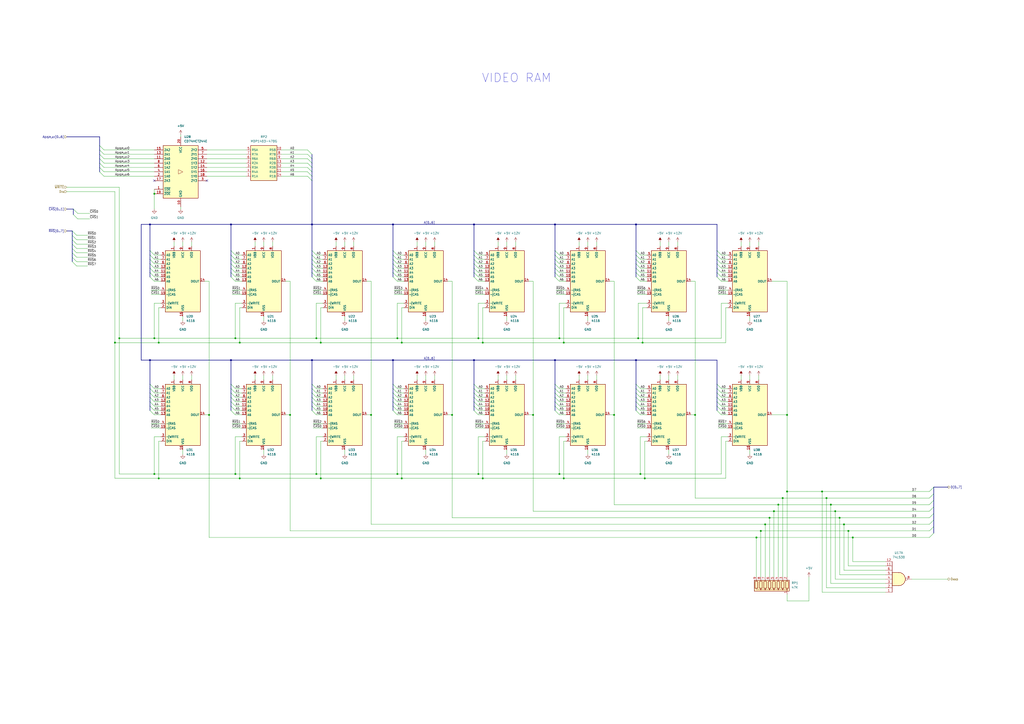
<source format=kicad_sch>
(kicad_sch (version 20230121) (generator eeschema)
  (paper "A2")
  (title_block (title "LOW SPEED GRAPHIK") (date "2022-03-13") (rev "V001") (comment 1 "reverse-engineered in 2022") (comment 2 "creativecommons.org/licenses/by-sa/4.0/") (comment 3 "License: CC BY-SA 4.0") (comment 4 "Author: InsaneDruid"))
  (junction (at 479.425 288.925))
  (junction (at 280.035 277.495))
  (junction (at 454.025 288.925))
  (junction (at 139.065 198.755))
  (junction (at 451.485 292.735))
  (junction (at 487.045 300.355))
  (junction (at 324.485 196.215))
  (junction (at 403.225 240.665))
  (junction (at 456.565 240.665))
  (junction (at 89.535 274.955))
  (junction (at 180.975 130.175))
  (junction (at 233.045 277.495))
  (junction (at 230.505 274.955))
  (junction (at 494.665 311.785))
  (junction (at 438.785 311.785))
  (junction (at 227.965 208.915))
  (junction (at 89.535 196.215))
  (junction (at 233.045 198.755))
  (junction (at 456.565 285.115))
  (junction (at 321.945 130.175))
  (junction (at 443.865 304.165))
  (junction (at 139.065 277.495))
  (junction (at 230.505 196.215))
  (junction (at 489.585 304.165))
  (junction (at 180.975 208.915))
  (junction (at 274.955 208.915))
  (junction (at 86.995 130.175))
  (junction (at 186.055 277.495))
  (junction (at 356.235 240.665))
  (junction (at 89.535 112.395))
  (junction (at 309.245 240.665))
  (junction (at 168.275 240.665))
  (junction (at 133.985 130.175))
  (junction (at 92.075 198.755))
  (junction (at 277.495 196.215))
  (junction (at 446.405 300.355))
  (junction (at 321.945 208.915))
  (junction (at 136.525 196.215))
  (junction (at 476.885 285.115))
  (junction (at 92.075 277.495))
  (junction (at 327.025 277.495))
  (junction (at 484.505 296.545))
  (junction (at 441.325 307.975))
  (junction (at 274.955 130.175))
  (junction (at 368.935 130.175))
  (junction (at 183.515 274.955))
  (junction (at 227.965 130.175))
  (junction (at 374.015 277.495))
  (junction (at 86.995 208.915))
  (junction (at 327.025 198.755))
  (junction (at 136.525 274.955))
  (junction (at 324.485 274.955))
  (junction (at 448.945 296.545))
  (junction (at 368.935 208.915))
  (junction (at 262.255 240.665))
  (junction (at 215.265 240.665))
  (junction (at 492.125 307.975))
  (junction (at 186.055 198.755))
  (junction (at 69.215 196.215))
  (junction (at 66.675 198.755))
  (junction (at 481.965 292.735))
  (junction (at 277.495 274.955))
  (junction (at 121.285 240.665))
  (junction (at 183.515 196.215))
  (junction (at 133.985 208.915))
  (junction (at 370.205 196.215))
  (junction (at 371.475 274.955))
  (junction (at 372.745 198.755))
  (junction (at 280.035 198.755))
  (no_connect (at 120.015 104.775))
  (no_connect (at 89.535 104.775))
  (bus_entry (at 41.91 133.985) (size 2.54 2.54))
  (bus_entry (at 89.535 153.035) (size -2.54 -2.54))
  (bus_entry (at 89.535 155.575) (size -2.54 -2.54))
  (bus_entry (at 89.535 160.655) (size -2.54 -2.54))
  (bus_entry (at 89.535 158.115) (size -2.54 -2.54))
  (bus_entry (at 89.535 150.495) (size -2.54 -2.54))
  (bus_entry (at 89.535 147.955) (size -2.54 -2.54))
  (bus_entry (at 371.475 233.045) (size -2.54 -2.54))
  (bus_entry (at 371.475 230.505) (size -2.54 -2.54))
  (bus_entry (at 371.475 227.965) (size -2.54 -2.54))
  (bus_entry (at 371.475 225.425) (size -2.54 -2.54))
  (bus_entry (at 371.475 238.125) (size -2.54 -2.54))
  (bus_entry (at 371.475 235.585) (size -2.54 -2.54))
  (bus_entry (at 371.475 240.665) (size -2.54 -2.54))
  (bus_entry (at 418.465 227.965) (size -2.54 -2.54))
  (bus_entry (at 418.465 230.505) (size -2.54 -2.54))
  (bus_entry (at 418.465 225.425) (size -2.54 -2.54))
  (bus_entry (at 418.465 240.665) (size -2.54 -2.54))
  (bus_entry (at 418.465 238.125) (size -2.54 -2.54))
  (bus_entry (at 418.465 233.045) (size -2.54 -2.54))
  (bus_entry (at 418.465 235.585) (size -2.54 -2.54))
  (bus_entry (at 539.115 304.165) (size 2.54 -2.54))
  (bus_entry (at 539.115 307.975) (size 2.54 -2.54))
  (bus_entry (at 539.115 285.115) (size 2.54 -2.54))
  (bus_entry (at 539.115 288.925) (size 2.54 -2.54))
  (bus_entry (at 539.115 300.355) (size 2.54 -2.54))
  (bus_entry (at 539.115 296.545) (size 2.54 -2.54))
  (bus_entry (at 539.115 292.735) (size 2.54 -2.54))
  (bus_entry (at 539.115 311.785) (size 2.54 -2.54))
  (bus_entry (at 41.91 146.685) (size 2.54 2.54))
  (bus_entry (at 89.535 240.665) (size -2.54 -2.54))
  (bus_entry (at 89.535 235.585) (size -2.54 -2.54))
  (bus_entry (at 89.535 238.125) (size -2.54 -2.54))
  (bus_entry (at 89.535 233.045) (size -2.54 -2.54))
  (bus_entry (at 136.525 233.045) (size -2.54 -2.54))
  (bus_entry (at 136.525 230.505) (size -2.54 -2.54))
  (bus_entry (at 136.525 227.965) (size -2.54 -2.54))
  (bus_entry (at 136.525 225.425) (size -2.54 -2.54))
  (bus_entry (at 136.525 235.585) (size -2.54 -2.54))
  (bus_entry (at 136.525 240.665) (size -2.54 -2.54))
  (bus_entry (at 136.525 238.125) (size -2.54 -2.54))
  (bus_entry (at 89.535 227.965) (size -2.54 -2.54))
  (bus_entry (at 89.535 230.505) (size -2.54 -2.54))
  (bus_entry (at 89.535 225.425) (size -2.54 -2.54))
  (bus_entry (at 277.495 235.585) (size -2.54 -2.54))
  (bus_entry (at 277.495 238.125) (size -2.54 -2.54))
  (bus_entry (at 277.495 233.045) (size -2.54 -2.54))
  (bus_entry (at 277.495 230.505) (size -2.54 -2.54))
  (bus_entry (at 277.495 225.425) (size -2.54 -2.54))
  (bus_entry (at 277.495 227.965) (size -2.54 -2.54))
  (bus_entry (at 230.505 235.585) (size -2.54 -2.54))
  (bus_entry (at 230.505 238.125) (size -2.54 -2.54))
  (bus_entry (at 230.505 230.505) (size -2.54 -2.54))
  (bus_entry (at 230.505 227.965) (size -2.54 -2.54))
  (bus_entry (at 230.505 240.665) (size -2.54 -2.54))
  (bus_entry (at 230.505 233.045) (size -2.54 -2.54))
  (bus_entry (at 230.505 225.425) (size -2.54 -2.54))
  (bus_entry (at 277.495 240.665) (size -2.54 -2.54))
  (bus_entry (at 324.485 235.585) (size -2.54 -2.54))
  (bus_entry (at 324.485 240.665) (size -2.54 -2.54))
  (bus_entry (at 324.485 238.125) (size -2.54 -2.54))
  (bus_entry (at 324.485 233.045) (size -2.54 -2.54))
  (bus_entry (at 324.485 227.965) (size -2.54 -2.54))
  (bus_entry (at 324.485 225.425) (size -2.54 -2.54))
  (bus_entry (at 324.485 230.505) (size -2.54 -2.54))
  (bus_entry (at 183.515 227.965) (size -2.54 -2.54))
  (bus_entry (at 183.515 235.585) (size -2.54 -2.54))
  (bus_entry (at 183.515 230.505) (size -2.54 -2.54))
  (bus_entry (at 183.515 225.425) (size -2.54 -2.54))
  (bus_entry (at 183.515 233.045) (size -2.54 -2.54))
  (bus_entry (at 183.515 240.665) (size -2.54 -2.54))
  (bus_entry (at 183.515 238.125) (size -2.54 -2.54))
  (bus_entry (at 136.525 163.195) (size -2.54 -2.54))
  (bus_entry (at 136.525 153.035) (size -2.54 -2.54))
  (bus_entry (at 136.525 150.495) (size -2.54 -2.54))
  (bus_entry (at 136.525 147.955) (size -2.54 -2.54))
  (bus_entry (at 136.525 160.655) (size -2.54 -2.54))
  (bus_entry (at 136.525 158.115) (size -2.54 -2.54))
  (bus_entry (at 136.525 155.575) (size -2.54 -2.54))
  (bus_entry (at 89.535 163.195) (size -2.54 -2.54))
  (bus_entry (at 230.505 153.035) (size -2.54 -2.54))
  (bus_entry (at 230.505 158.115) (size -2.54 -2.54))
  (bus_entry (at 230.505 160.655) (size -2.54 -2.54))
  (bus_entry (at 230.505 147.955) (size -2.54 -2.54))
  (bus_entry (at 230.505 150.495) (size -2.54 -2.54))
  (bus_entry (at 230.505 155.575) (size -2.54 -2.54))
  (bus_entry (at 230.505 163.195) (size -2.54 -2.54))
  (bus_entry (at 277.495 160.655) (size -2.54 -2.54))
  (bus_entry (at 277.495 158.115) (size -2.54 -2.54))
  (bus_entry (at 277.495 163.195) (size -2.54 -2.54))
  (bus_entry (at 277.495 153.035) (size -2.54 -2.54))
  (bus_entry (at 277.495 150.495) (size -2.54 -2.54))
  (bus_entry (at 277.495 147.955) (size -2.54 -2.54))
  (bus_entry (at 277.495 155.575) (size -2.54 -2.54))
  (bus_entry (at 324.485 160.655) (size -2.54 -2.54))
  (bus_entry (at 324.485 163.195) (size -2.54 -2.54))
  (bus_entry (at 418.465 155.575) (size -2.54 -2.54))
  (bus_entry (at 418.465 158.115) (size -2.54 -2.54))
  (bus_entry (at 418.465 160.655) (size -2.54 -2.54))
  (bus_entry (at 418.465 153.035) (size -2.54 -2.54))
  (bus_entry (at 418.465 163.195) (size -2.54 -2.54))
  (bus_entry (at 324.485 147.955) (size -2.54 -2.54))
  (bus_entry (at 324.485 150.495) (size -2.54 -2.54))
  (bus_entry (at 324.485 155.575) (size -2.54 -2.54))
  (bus_entry (at 324.485 158.115) (size -2.54 -2.54))
  (bus_entry (at 324.485 153.035) (size -2.54 -2.54))
  (bus_entry (at 371.475 160.655) (size -2.54 -2.54))
  (bus_entry (at 371.475 163.195) (size -2.54 -2.54))
  (bus_entry (at 371.475 158.115) (size -2.54 -2.54))
  (bus_entry (at 418.465 147.955) (size -2.54 -2.54))
  (bus_entry (at 418.465 150.495) (size -2.54 -2.54))
  (bus_entry (at 371.475 155.575) (size -2.54 -2.54))
  (bus_entry (at 371.475 153.035) (size -2.54 -2.54))
  (bus_entry (at 371.475 150.495) (size -2.54 -2.54))
  (bus_entry (at 183.515 160.655) (size -2.54 -2.54))
  (bus_entry (at 183.515 163.195) (size -2.54 -2.54))
  (bus_entry (at 183.515 158.115) (size -2.54 -2.54))
  (bus_entry (at 183.515 153.035) (size -2.54 -2.54))
  (bus_entry (at 183.515 155.575) (size -2.54 -2.54))
  (bus_entry (at 183.515 150.495) (size -2.54 -2.54))
  (bus_entry (at 183.515 147.955) (size -2.54 -2.54))
  (bus_entry (at 41.91 149.225) (size 2.54 2.54))
  (bus_entry (at 41.91 136.525) (size 2.54 2.54))
  (bus_entry (at 368.935 145.415) (size 2.54 2.54))
  (bus_entry (at 42.545 124.46) (size 2.54 2.54))
  (bus_entry (at 41.91 144.145) (size 2.54 2.54))
  (bus_entry (at 41.91 151.765) (size 2.54 2.54))
  (bus_entry (at 42.545 121.285) (size 2.54 2.54))
  (bus_entry (at 41.91 139.065) (size 2.54 2.54))
  (bus_entry (at 178.435 102.235) (size 2.54 2.54))
  (bus_entry (at 178.435 86.995) (size 2.54 2.54))
  (bus_entry (at 178.435 89.535) (size 2.54 2.54))
  (bus_entry (at 178.435 92.075) (size 2.54 2.54))
  (bus_entry (at 178.435 99.695) (size 2.54 2.54))
  (bus_entry (at 178.435 97.155) (size 2.54 2.54))
  (bus_entry (at 178.435 94.615) (size 2.54 2.54))
  (bus_entry (at 57.785 97.155) (size 2.54 2.54))
  (bus_entry (at 57.785 99.695) (size 2.54 2.54))
  (bus_entry (at 57.785 94.615) (size 2.54 2.54))
  (bus_entry (at 57.785 84.455) (size 2.54 2.54))
  (bus_entry (at 57.785 89.535) (size 2.54 2.54))
  (bus_entry (at 57.785 92.075) (size 2.54 2.54))
  (bus_entry (at 57.785 86.995) (size 2.54 2.54))
  (bus_entry (at 41.91 141.605) (size 2.54 2.54))
  (bus (pts (xy 180.975 227.965) (xy 180.975 230.505)))
  (bus (pts (xy 227.965 233.045) (xy 227.965 230.505)))
  (bus (pts (xy 133.985 233.045) (xy 133.985 230.505)))
  (bus (pts (xy 541.655 297.815) (xy 541.655 294.005)))
  (wire (pts (xy 280.035 255.905) (xy 281.305 255.905)))
  (wire (pts (xy 120.015 94.615) (xy 142.875 94.615)))
  (wire (pts (xy 328.295 230.505) (xy 324.485 230.505)))
  (bus (pts (xy 368.935 235.585) (xy 368.935 238.125)))
  (bus (pts (xy 57.785 79.375) (xy 57.785 84.455)))
  (wire (pts (xy 340.995 186.055) (xy 340.995 183.515)))
  (bus (pts (xy 38.735 121.285) (xy 42.545 121.285)))
  (wire (pts (xy 100.965 217.805) (xy 100.965 220.345)))
  (wire (pts (xy 66.675 198.755) (xy 92.075 198.755)))
  (wire (pts (xy 494.665 311.785) (xy 539.115 311.785)))
  (bus (pts (xy 368.935 158.115) (xy 368.935 155.575)))
  (wire (pts (xy 93.345 235.585) (xy 89.535 235.585)))
  (bus (pts (xy 86.995 230.505) (xy 86.995 233.045)))
  (wire (pts (xy 324.485 196.215) (xy 370.205 196.215)))
  (wire (pts (xy 187.325 158.115) (xy 183.515 158.115)))
  (bus (pts (xy 57.785 89.535) (xy 57.785 92.075)))
  (wire (pts (xy 309.245 240.665) (xy 309.245 296.545)))
  (wire (pts (xy 422.275 163.195) (xy 418.465 163.195)))
  (bus (pts (xy 227.965 130.175) (xy 274.955 130.175)))
  (wire (pts (xy 93.345 227.965) (xy 89.535 227.965)))
  (wire (pts (xy 422.275 150.495) (xy 418.465 150.495)))
  (wire (pts (xy 494.665 325.755) (xy 494.665 311.785)))
  (wire (pts (xy 118.745 163.195) (xy 121.285 163.195)))
  (bus (pts (xy 86.995 153.035) (xy 86.995 155.575)))
  (bus (pts (xy 368.935 150.495) (xy 368.935 147.955)))
  (bus (pts (xy 415.925 153.035) (xy 415.925 155.575)))
  (wire (pts (xy 163.195 97.155) (xy 178.435 97.155)))
  (wire (pts (xy 416.56 168.275) (xy 422.275 168.275)))
  (bus (pts (xy 368.935 235.585) (xy 368.935 233.045)))
  (bus (pts (xy 86.995 208.915) (xy 86.995 222.885)))
  (wire (pts (xy 418.465 253.365) (xy 422.275 253.365)))
  (wire (pts (xy 247.015 217.805) (xy 247.015 220.345)))
  (wire (pts (xy 275.59 245.745) (xy 281.305 245.745)))
  (wire (pts (xy 262.255 163.195) (xy 262.255 240.665)))
  (wire (pts (xy 371.475 274.955) (xy 418.465 274.955)))
  (wire (pts (xy 60.325 89.535) (xy 89.535 89.535)))
  (wire (pts (xy 281.305 175.895) (xy 277.495 175.895)))
  (wire (pts (xy 375.285 160.655) (xy 371.475 160.655)))
  (bus (pts (xy 180.975 158.115) (xy 180.975 160.655)))
  (wire (pts (xy 281.305 150.495) (xy 277.495 150.495)))
  (wire (pts (xy 93.345 253.365) (xy 89.535 253.365)))
  (bus (pts (xy 180.975 89.535) (xy 180.975 92.075)))
  (wire (pts (xy 44.45 149.225) (xy 50.8 149.225)))
  (wire (pts (xy 492.125 307.975) (xy 539.115 307.975)))
  (wire (pts (xy 375.285 150.495) (xy 371.475 150.495)))
  (wire (pts (xy 60.325 97.155) (xy 89.535 97.155)))
  (wire (pts (xy 93.345 150.495) (xy 89.535 150.495)))
  (wire (pts (xy 387.985 260.985) (xy 387.985 263.525)))
  (wire (pts (xy 69.215 108.585) (xy 38.735 108.585)))
  (wire (pts (xy 281.305 233.045) (xy 277.495 233.045)))
  (bus (pts (xy 274.955 150.495) (xy 274.955 153.035)))
  (wire (pts (xy 45.085 123.825) (xy 52.07 123.825)))
  (wire (pts (xy 233.045 198.755) (xy 280.035 198.755)))
  (wire (pts (xy 281.305 163.195) (xy 277.495 163.195)))
  (wire (pts (xy 375.285 235.585) (xy 371.475 235.585)))
  (bus (pts (xy 38.735 133.985) (xy 41.91 133.985)))
  (wire (pts (xy 44.45 139.065) (xy 50.8 139.065)))
  (wire (pts (xy 168.275 240.665) (xy 168.275 307.975)))
  (wire (pts (xy 120.015 89.535) (xy 142.875 89.535)))
  (wire (pts (xy 416.56 170.815) (xy 422.275 170.815)))
  (wire (pts (xy 422.275 147.955) (xy 418.465 147.955)))
  (wire (pts (xy 60.325 99.695) (xy 89.535 99.695)))
  (wire (pts (xy 328.295 163.195) (xy 324.485 163.195)))
  (bus (pts (xy 180.975 222.885) (xy 180.975 225.425)))
  (bus (pts (xy 180.975 150.495) (xy 180.975 153.035)))
  (wire (pts (xy 147.955 217.805) (xy 147.955 220.345)))
  (wire (pts (xy 234.315 227.965) (xy 230.505 227.965)))
  (wire (pts (xy 275.59 170.815) (xy 281.305 170.815)))
  (wire (pts (xy 275.59 168.275) (xy 281.305 168.275)))
  (wire (pts (xy 322.58 168.275) (xy 328.295 168.275)))
  (wire (pts (xy 372.745 198.755) (xy 421.005 198.755)))
  (wire (pts (xy 69.215 108.585) (xy 69.215 196.215)))
  (wire (pts (xy 454.025 288.925) (xy 479.425 288.925)))
  (wire (pts (xy 187.325 238.125) (xy 183.515 238.125)))
  (wire (pts (xy 186.055 255.905) (xy 187.325 255.905)))
  (wire (pts (xy 163.195 92.075) (xy 178.435 92.075)))
  (wire (pts (xy 153.035 263.525) (xy 153.035 260.985)))
  (wire (pts (xy 393.065 217.805) (xy 393.065 220.345)))
  (wire (pts (xy 140.335 225.425) (xy 136.525 225.425)))
  (wire (pts (xy 476.885 285.115) (xy 539.115 285.115)))
  (bus (pts (xy 227.965 208.915) (xy 274.955 208.915)))
  (wire (pts (xy 441.325 307.975) (xy 441.325 334.645)))
  (wire (pts (xy 456.565 348.615) (xy 469.265 348.615)))
  (wire (pts (xy 215.265 304.165) (xy 443.865 304.165)))
  (bus (pts (xy 86.995 235.585) (xy 86.995 238.125)))
  (bus (pts (xy 133.985 160.655) (xy 133.985 158.115)))
  (bus (pts (xy 541.655 305.435) (xy 541.655 301.625)))
  (wire (pts (xy 234.315 225.425) (xy 230.505 225.425)))
  (wire (pts (xy 93.345 153.035) (xy 89.535 153.035)))
  (wire (pts (xy 403.225 240.665) (xy 403.225 288.925)))
  (wire (pts (xy 187.325 175.895) (xy 183.515 175.895)))
  (wire (pts (xy 230.505 196.215) (xy 277.495 196.215)))
  (wire (pts (xy 400.685 163.195) (xy 403.225 163.195)))
  (wire (pts (xy 186.055 277.495) (xy 233.045 277.495)))
  (wire (pts (xy 294.005 217.805) (xy 294.005 220.345)))
  (bus (pts (xy 86.995 227.965) (xy 86.995 230.505)))
  (wire (pts (xy 140.335 240.665) (xy 136.525 240.665)))
  (bus (pts (xy 86.995 222.885) (xy 86.995 225.425)))
  (bus (pts (xy 415.925 235.585) (xy 415.925 238.125)))
  (wire (pts (xy 140.335 233.045) (xy 136.525 233.045)))
  (wire (pts (xy 247.015 263.525) (xy 247.015 260.985)))
  (wire (pts (xy 309.245 163.195) (xy 309.245 240.665)))
  (wire (pts (xy 513.715 338.455) (xy 481.965 338.455)))
  (wire (pts (xy 140.335 153.035) (xy 136.525 153.035)))
  (bus (pts (xy 57.785 84.455) (xy 57.785 86.995)))
  (wire (pts (xy 187.325 150.495) (xy 183.515 150.495)))
  (wire (pts (xy 147.955 140.335) (xy 147.955 142.875)))
  (wire (pts (xy 375.285 233.045) (xy 371.475 233.045)))
  (wire (pts (xy 382.905 217.805) (xy 382.905 220.345)))
  (wire (pts (xy 163.195 102.235) (xy 178.435 102.235)))
  (wire (pts (xy 513.715 333.375) (xy 487.045 333.375)))
  (bus (pts (xy 86.995 155.575) (xy 86.995 158.115)))
  (wire (pts (xy 434.975 186.055) (xy 434.975 183.515)))
  (bus (pts (xy 321.945 130.175) (xy 368.935 130.175)))
  (wire (pts (xy 262.255 240.665) (xy 262.255 300.355)))
  (wire (pts (xy 66.675 111.125) (xy 66.675 198.755)))
  (wire (pts (xy 492.125 328.295) (xy 492.125 307.975)))
  (bus (pts (xy 274.955 235.585) (xy 274.955 238.125)))
  (wire (pts (xy 134.62 168.275) (xy 140.335 168.275)))
  (wire (pts (xy 111.125 140.335) (xy 111.125 142.875)))
  (bus (pts (xy 274.955 153.035) (xy 274.955 155.575)))
  (wire (pts (xy 277.495 274.955) (xy 324.485 274.955)))
  (wire (pts (xy 369.57 170.815) (xy 375.285 170.815)))
  (bus (pts (xy 368.935 160.655) (xy 368.935 158.115)))
  (wire (pts (xy 353.695 163.195) (xy 356.235 163.195)))
  (bus (pts (xy 133.985 153.035) (xy 133.985 150.495)))
  (wire (pts (xy 281.305 158.115) (xy 277.495 158.115)))
  (wire (pts (xy 93.345 225.425) (xy 89.535 225.425)))
  (wire (pts (xy 140.335 235.585) (xy 136.525 235.585)))
  (wire (pts (xy 93.345 240.665) (xy 89.535 240.665)))
  (wire (pts (xy 281.305 225.425) (xy 277.495 225.425)))
  (wire (pts (xy 163.195 86.995) (xy 178.435 86.995)))
  (wire (pts (xy 469.265 334.645) (xy 469.265 348.615)))
  (wire (pts (xy 281.305 240.665) (xy 277.495 240.665)))
  (bus (pts (xy 42.545 121.285) (xy 42.545 124.46)))
  (wire (pts (xy 328.295 147.955) (xy 324.485 147.955)))
  (bus (pts (xy 321.945 153.035) (xy 321.945 155.575)))
  (wire (pts (xy 456.565 240.665) (xy 456.565 285.115)))
  (wire (pts (xy 418.465 196.215) (xy 418.465 175.895)))
  (wire (pts (xy 89.535 121.285) (xy 89.535 112.395)))
  (wire (pts (xy 375.285 155.575) (xy 371.475 155.575)))
  (wire (pts (xy 140.335 147.955) (xy 136.525 147.955)))
  (wire (pts (xy 228.6 170.815) (xy 234.315 170.815)))
  (wire (pts (xy 121.285 163.195) (xy 121.285 240.665)))
  (wire (pts (xy 346.075 217.805) (xy 346.075 220.345)))
  (wire (pts (xy 375.285 175.895) (xy 370.205 175.895)))
  (wire (pts (xy 104.775 120.015) (xy 104.775 121.285)))
  (bus (pts (xy 227.965 153.035) (xy 227.965 150.495)))
  (wire (pts (xy 479.425 288.925) (xy 479.425 340.995)))
  (wire (pts (xy 93.345 155.575) (xy 89.535 155.575)))
  (wire (pts (xy 69.215 274.955) (xy 89.535 274.955)))
  (wire (pts (xy 247.015 186.055) (xy 247.015 183.515)))
  (bus (pts (xy 415.925 145.415) (xy 415.925 147.955)))
  (wire (pts (xy 111.125 217.805) (xy 111.125 220.345)))
  (bus (pts (xy 133.985 208.915) (xy 180.975 208.915)))
  (bus (pts (xy 180.975 99.695) (xy 180.975 102.235)))
  (bus (pts (xy 57.785 94.615) (xy 57.785 97.155)))
  (wire (pts (xy 434.975 140.335) (xy 434.975 142.875)))
  (wire (pts (xy 89.535 196.215) (xy 136.525 196.215)))
  (wire (pts (xy 118.745 240.665) (xy 121.285 240.665)))
  (wire (pts (xy 228.6 248.285) (xy 234.315 248.285)))
  (wire (pts (xy 181.61 245.745) (xy 187.325 245.745)))
  (bus (pts (xy 321.945 233.045) (xy 321.945 235.585)))
  (wire (pts (xy 187.325 253.365) (xy 183.515 253.365)))
  (wire (pts (xy 422.275 240.665) (xy 418.465 240.665)))
  (wire (pts (xy 328.295 233.045) (xy 324.485 233.045)))
  (bus (pts (xy 86.995 208.915) (xy 133.985 208.915)))
  (bus (pts (xy 227.965 150.495) (xy 227.965 147.955)))
  (wire (pts (xy 262.255 300.355) (xy 446.405 300.355)))
  (wire (pts (xy 187.325 225.425) (xy 183.515 225.425)))
  (wire (pts (xy 387.985 217.805) (xy 387.985 220.345)))
  (bus (pts (xy 321.945 222.885) (xy 321.945 225.425)))
  (bus (pts (xy 180.975 92.075) (xy 180.975 94.615)))
  (wire (pts (xy 294.005 186.055) (xy 294.005 183.515)))
  (bus (pts (xy 81.915 208.915) (xy 86.995 208.915)))
  (bus (pts (xy 368.935 230.505) (xy 368.935 227.965)))
  (wire (pts (xy 434.975 217.805) (xy 434.975 220.345)))
  (bus (pts (xy 368.935 155.575) (xy 368.935 153.035)))
  (wire (pts (xy 93.345 160.655) (xy 89.535 160.655)))
  (wire (pts (xy 234.315 158.115) (xy 230.505 158.115)))
  (wire (pts (xy 403.225 288.925) (xy 454.025 288.925)))
  (wire (pts (xy 328.295 227.965) (xy 324.485 227.965)))
  (wire (pts (xy 194.945 140.335) (xy 194.945 142.875)))
  (bus (pts (xy 368.935 225.425) (xy 368.935 227.965)))
  (bus (pts (xy 133.985 230.505) (xy 133.985 227.965)))
  (wire (pts (xy 294.005 140.335) (xy 294.005 142.875)))
  (bus (pts (xy 41.91 144.145) (xy 41.91 146.685)))
  (wire (pts (xy 281.305 147.955) (xy 277.495 147.955)))
  (wire (pts (xy 489.585 304.165) (xy 489.585 330.835)))
  (bus (pts (xy 180.975 147.955) (xy 180.975 150.495)))
  (bus (pts (xy 274.955 147.955) (xy 274.955 150.495)))
  (bus (pts (xy 541.655 301.625) (xy 541.655 297.815)))
  (bus (pts (xy 541.655 294.005) (xy 541.655 290.195)))
  (wire (pts (xy 370.205 175.895) (xy 370.205 196.215)))
  (bus (pts (xy 86.995 158.115) (xy 86.995 160.655)))
  (wire (pts (xy 370.205 196.215) (xy 418.465 196.215)))
  (wire (pts (xy 421.005 178.435) (xy 421.005 198.755)))
  (wire (pts (xy 451.485 292.735) (xy 451.485 334.645)))
  (wire (pts (xy 140.335 158.115) (xy 136.525 158.115)))
  (wire (pts (xy 328.295 235.585) (xy 324.485 235.585)))
  (wire (pts (xy 120.015 86.995) (xy 142.875 86.995)))
  (wire (pts (xy 340.995 263.525) (xy 340.995 260.985)))
  (wire (pts (xy 234.315 230.505) (xy 230.505 230.505)))
  (wire (pts (xy 375.285 147.955) (xy 371.475 147.955)))
  (wire (pts (xy 324.485 175.895) (xy 324.485 196.215)))
  (wire (pts (xy 92.075 198.755) (xy 139.065 198.755)))
  (bus (pts (xy 321.945 145.415) (xy 321.945 147.955)))
  (wire (pts (xy 299.085 217.805) (xy 299.085 220.345)))
  (wire (pts (xy 234.315 235.585) (xy 230.505 235.585)))
  (wire (pts (xy 234.315 178.435) (xy 233.045 178.435)))
  (wire (pts (xy 403.225 163.195) (xy 403.225 240.665)))
  (bus (pts (xy 321.945 227.965) (xy 321.945 230.505)))
  (wire (pts (xy 153.035 217.805) (xy 153.035 220.345)))
  (bus (pts (xy 180.975 225.425) (xy 180.975 227.965)))
  (wire (pts (xy 187.325 240.665) (xy 183.515 240.665)))
  (bus (pts (xy 541.655 282.575) (xy 549.91 282.575)))
  (wire (pts (xy 140.335 155.575) (xy 136.525 155.575)))
  (wire (pts (xy 44.45 136.525) (xy 50.8 136.525)))
  (wire (pts (xy 89.535 109.855) (xy 89.535 112.395)))
  (wire (pts (xy 356.235 292.735) (xy 451.485 292.735)))
  (bus (pts (xy 321.945 155.575) (xy 321.945 158.115)))
  (wire (pts (xy 446.405 300.355) (xy 446.405 334.645)))
  (bus (pts (xy 180.975 230.505) (xy 180.975 233.045)))
  (bus (pts (xy 274.955 158.115) (xy 274.955 160.655)))
  (wire (pts (xy 387.985 140.335) (xy 387.985 142.875)))
  (wire (pts (xy 89.535 274.955) (xy 136.525 274.955)))
  (wire (pts (xy 134.62 170.815) (xy 140.335 170.815)))
  (wire (pts (xy 340.995 217.805) (xy 340.995 220.345)))
  (wire (pts (xy 139.065 255.905) (xy 140.335 255.905)))
  (wire (pts (xy 183.515 253.365) (xy 183.515 274.955)))
  (bus (pts (xy 415.925 225.425) (xy 415.925 227.965)))
  (wire (pts (xy 93.345 158.115) (xy 89.535 158.115)))
  (wire (pts (xy 448.945 296.545) (xy 484.505 296.545)))
  (wire (pts (xy 136.525 175.895) (xy 140.335 175.895)))
  (bus (pts (xy 227.965 225.425) (xy 227.965 222.885)))
  (wire (pts (xy 121.285 240.665) (xy 121.285 311.785)))
  (wire (pts (xy 187.325 153.035) (xy 183.515 153.035)))
  (wire (pts (xy 443.865 304.165) (xy 443.865 334.645)))
  (wire (pts (xy 168.275 163.195) (xy 168.275 240.665)))
  (wire (pts (xy 153.035 186.055) (xy 153.035 183.515)))
  (bus (pts (xy 368.935 145.415) (xy 368.935 147.955)))
  (bus (pts (xy 180.975 208.915) (xy 180.975 222.885)))
  (wire (pts (xy 422.275 225.425) (xy 418.465 225.425)))
  (wire (pts (xy 513.715 340.995) (xy 479.425 340.995)))
  (wire (pts (xy 187.325 230.505) (xy 183.515 230.505)))
  (wire (pts (xy 181.61 248.285) (xy 187.325 248.285)))
  (wire (pts (xy 106.045 186.055) (xy 106.045 183.515)))
  (wire (pts (xy 322.58 170.815) (xy 328.295 170.815)))
  (wire (pts (xy 87.63 170.815) (xy 93.345 170.815)))
  (bus (pts (xy 415.925 155.575) (xy 415.925 158.115)))
  (wire (pts (xy 215.265 163.195) (xy 215.265 240.665)))
  (wire (pts (xy 60.325 94.615) (xy 89.535 94.615)))
  (wire (pts (xy 281.305 235.585) (xy 277.495 235.585)))
  (wire (pts (xy 183.515 175.895) (xy 183.515 196.215)))
  (wire (pts (xy 487.045 300.355) (xy 539.115 300.355)))
  (wire (pts (xy 281.305 155.575) (xy 277.495 155.575)))
  (bus (pts (xy 227.965 230.505) (xy 227.965 227.965)))
  (bus (pts (xy 180.975 102.235) (xy 180.975 104.775)))
  (wire (pts (xy 422.275 238.125) (xy 418.465 238.125)))
  (bus (pts (xy 133.985 145.415) (xy 133.985 130.175)))
  (wire (pts (xy 484.505 296.545) (xy 539.115 296.545)))
  (bus (pts (xy 180.975 235.585) (xy 180.975 238.125)))
  (wire (pts (xy 93.345 233.045) (xy 89.535 233.045)))
  (bus (pts (xy 133.985 238.125) (xy 133.985 235.585)))
  (wire (pts (xy 187.325 235.585) (xy 183.515 235.585)))
  (bus (pts (xy 133.985 155.575) (xy 133.985 153.035)))
  (wire (pts (xy 328.295 160.655) (xy 324.485 160.655)))
  (wire (pts (xy 87.63 248.285) (xy 93.345 248.285)))
  (bus (pts (xy 368.935 208.915) (xy 415.925 208.915)))
  (bus (pts (xy 180.975 94.615) (xy 180.975 97.155)))
  (wire (pts (xy 456.565 285.115) (xy 476.885 285.115)))
  (wire (pts (xy 93.345 238.125) (xy 89.535 238.125)))
  (wire (pts (xy 443.865 304.165) (xy 489.585 304.165)))
  (bus (pts (xy 415.925 208.915) (xy 415.925 222.885)))
  (wire (pts (xy 440.055 217.805) (xy 440.055 220.345)))
  (wire (pts (xy 328.295 158.115) (xy 324.485 158.115)))
  (wire (pts (xy 456.565 163.195) (xy 456.565 240.665)))
  (bus (pts (xy 321.945 230.505) (xy 321.945 233.045)))
  (wire (pts (xy 121.285 311.785) (xy 438.785 311.785)))
  (wire (pts (xy 106.045 217.805) (xy 106.045 220.345)))
  (wire (pts (xy 418.465 274.955) (xy 418.465 253.365)))
  (wire (pts (xy 421.005 277.495) (xy 421.005 255.905)))
  (wire (pts (xy 104.775 78.105) (xy 104.775 79.375)))
  (wire (pts (xy 44.45 146.685) (xy 50.8 146.685)))
  (bus (pts (xy 541.655 290.195) (xy 541.655 286.385)))
  (wire (pts (xy 215.265 240.665) (xy 215.265 304.165)))
  (bus (pts (xy 133.985 208.915) (xy 133.985 222.885)))
  (bus (pts (xy 321.945 208.915) (xy 368.935 208.915)))
  (wire (pts (xy 340.995 140.335) (xy 340.995 142.875)))
  (wire (pts (xy 186.055 198.755) (xy 233.045 198.755)))
  (wire (pts (xy 183.515 274.955) (xy 230.505 274.955)))
  (wire (pts (xy 422.275 153.035) (xy 418.465 153.035)))
  (wire (pts (xy 375.285 240.665) (xy 371.475 240.665)))
  (wire (pts (xy 187.325 147.955) (xy 183.515 147.955)))
  (wire (pts (xy 275.59 248.285) (xy 281.305 248.285)))
  (bus (pts (xy 133.985 225.425) (xy 133.985 222.885)))
  (wire (pts (xy 60.325 92.075) (xy 89.535 92.075)))
  (wire (pts (xy 106.045 140.335) (xy 106.045 142.875)))
  (bus (pts (xy 321.945 208.915) (xy 321.945 222.885)))
  (wire (pts (xy 234.315 150.495) (xy 230.505 150.495)))
  (wire (pts (xy 89.535 253.365) (xy 89.535 274.955)))
  (wire (pts (xy 375.285 153.035) (xy 371.475 153.035)))
  (wire (pts (xy 93.345 175.895) (xy 89.535 175.895)))
  (wire (pts (xy 230.505 253.365) (xy 230.505 274.955)))
  (wire (pts (xy 280.035 198.755) (xy 327.025 198.755)))
  (bus (pts (xy 415.925 130.175) (xy 415.925 145.415)))
  (wire (pts (xy 513.715 328.295) (xy 492.125 328.295)))
  (wire (pts (xy 513.715 335.915) (xy 484.505 335.915)))
  (wire (pts (xy 280.035 178.435) (xy 280.035 198.755)))
  (wire (pts (xy 369.57 245.745) (xy 375.285 245.745)))
  (wire (pts (xy 328.295 240.665) (xy 324.485 240.665)))
  (wire (pts (xy 324.485 253.365) (xy 324.485 274.955)))
  (wire (pts (xy 181.61 170.815) (xy 187.325 170.815)))
  (wire (pts (xy 120.015 92.075) (xy 142.875 92.075)))
  (bus (pts (xy 41.91 149.225) (xy 41.91 151.765)))
  (wire (pts (xy 168.275 307.975) (xy 441.325 307.975)))
  (wire (pts (xy 476.885 343.535) (xy 476.885 285.115)))
  (wire (pts (xy 139.065 178.435) (xy 140.335 178.435)))
  (bus (pts (xy 86.995 145.415) (xy 86.995 147.955)))
  (bus (pts (xy 274.955 222.885) (xy 274.955 208.915)))
  (wire (pts (xy 440.055 140.335) (xy 440.055 142.875)))
  (bus (pts (xy 415.925 233.045) (xy 415.925 235.585)))
  (wire (pts (xy 387.985 183.515) (xy 387.985 186.055)))
  (wire (pts (xy 134.62 245.745) (xy 140.335 245.745)))
  (bus (pts (xy 133.985 147.955) (xy 133.985 145.415)))
  (wire (pts (xy 139.065 178.435) (xy 139.065 198.755)))
  (bus (pts (xy 41.91 139.065) (xy 41.91 141.605)))
  (wire (pts (xy 200.025 186.055) (xy 200.025 183.515)))
  (wire (pts (xy 92.075 255.905) (xy 92.075 277.495)))
  (bus (pts (xy 133.985 227.965) (xy 133.985 225.425)))
  (wire (pts (xy 233.045 255.905) (xy 233.045 277.495)))
  (wire (pts (xy 252.095 217.805) (xy 252.095 220.345)))
  (bus (pts (xy 41.91 136.525) (xy 41.91 139.065)))
  (bus (pts (xy 321.945 130.175) (xy 321.945 145.415)))
  (wire (pts (xy 158.115 217.805) (xy 158.115 220.345)))
  (wire (pts (xy 277.495 175.895) (xy 277.495 196.215)))
  (bus (pts (xy 86.995 130.175) (xy 133.985 130.175)))
  (wire (pts (xy 136.525 196.215) (xy 136.525 175.895)))
  (wire (pts (xy 375.285 230.505) (xy 371.475 230.505)))
  (wire (pts (xy 60.325 86.995) (xy 89.535 86.995)))
  (wire (pts (xy 299.085 140.335) (xy 299.085 142.875)))
  (wire (pts (xy 288.925 217.805) (xy 288.925 220.345)))
  (bus (pts (xy 321.945 158.115) (xy 321.945 160.655)))
  (wire (pts (xy 92.075 255.905) (xy 93.345 255.905)))
  (wire (pts (xy 60.325 102.235) (xy 89.535 102.235)))
  (wire (pts (xy 87.63 245.745) (xy 93.345 245.745)))
  (bus (pts (xy 41.91 146.685) (xy 41.91 149.225)))
  (bus (pts (xy 180.975 97.155) (xy 180.975 99.695)))
  (wire (pts (xy 281.305 178.435) (xy 280.035 178.435)))
  (bus (pts (xy 321.945 235.585) (xy 321.945 238.125)))
  (bus (pts (xy 274.955 208.915) (xy 321.945 208.915)))
  (wire (pts (xy 200.025 140.335) (xy 200.025 142.875)))
  (bus (pts (xy 133.985 235.585) (xy 133.985 233.045)))
  (wire (pts (xy 194.945 217.805) (xy 194.945 220.345)))
  (bus (pts (xy 227.965 155.575) (xy 227.965 153.035)))
  (wire (pts (xy 277.495 253.365) (xy 277.495 274.955)))
  (wire (pts (xy 429.895 217.805) (xy 429.895 220.345)))
  (wire (pts (xy 120.015 99.695) (xy 142.875 99.695)))
  (wire (pts (xy 139.065 277.495) (xy 186.055 277.495)))
  (wire (pts (xy 416.56 248.285) (xy 422.275 248.285)))
  (wire (pts (xy 69.215 196.215) (xy 69.215 274.955)))
  (wire (pts (xy 447.675 240.665) (xy 456.565 240.665)))
  (wire (pts (xy 181.61 168.275) (xy 187.325 168.275)))
  (wire (pts (xy 228.6 168.275) (xy 234.315 168.275)))
  (bus (pts (xy 180.975 130.175) (xy 227.965 130.175)))
  (wire (pts (xy 327.025 178.435) (xy 327.025 198.755)))
  (bus (pts (xy 541.655 309.245) (xy 541.655 305.435)))
  (wire (pts (xy 375.285 253.365) (xy 371.475 253.365)))
  (bus (pts (xy 227.965 235.585) (xy 227.965 233.045)))
  (bus (pts (xy 274.955 155.575) (xy 274.955 158.115)))
  (wire (pts (xy 306.705 240.665) (xy 309.245 240.665)))
  (wire (pts (xy 375.285 158.115) (xy 371.475 158.115)))
  (wire (pts (xy 234.315 163.195) (xy 230.505 163.195)))
  (wire (pts (xy 234.315 155.575) (xy 230.505 155.575)))
  (bus (pts (xy 86.995 130.175) (xy 86.995 145.415)))
  (wire (pts (xy 234.315 238.125) (xy 230.505 238.125)))
  (wire (pts (xy 120.015 97.155) (xy 142.875 97.155)))
  (bus (pts (xy 368.935 153.035) (xy 368.935 150.495)))
  (wire (pts (xy 372.745 178.435) (xy 372.745 198.755)))
  (bus (pts (xy 274.955 145.415) (xy 274.955 147.955)))
  (bus (pts (xy 415.925 230.505) (xy 415.925 233.045)))
  (wire (pts (xy 187.325 178.435) (xy 186.055 178.435)))
  (bus (pts (xy 368.935 208.915) (xy 368.935 222.885)))
  (wire (pts (xy 234.315 253.365) (xy 230.505 253.365)))
  (wire (pts (xy 234.315 233.045) (xy 230.505 233.045)))
  (wire (pts (xy 400.685 240.665) (xy 403.225 240.665)))
  (wire (pts (xy 136.525 274.955) (xy 183.515 274.955)))
  (bus (pts (xy 321.945 147.955) (xy 321.945 150.495)))
  (wire (pts (xy 139.065 255.905) (xy 139.065 277.495)))
  (bus (pts (xy 415.925 147.955) (xy 415.925 150.495)))
  (wire (pts (xy 393.065 140.335) (xy 393.065 142.875)))
  (wire (pts (xy 369.57 168.275) (xy 375.285 168.275)))
  (wire (pts (xy 328.295 225.425) (xy 324.485 225.425)))
  (wire (pts (xy 281.305 238.125) (xy 277.495 238.125)))
  (wire (pts (xy 322.58 248.285) (xy 328.295 248.285)))
  (wire (pts (xy 374.015 277.495) (xy 421.005 277.495)))
  (wire (pts (xy 158.115 140.335) (xy 158.115 142.875)))
  (wire (pts (xy 140.335 227.965) (xy 136.525 227.965)))
  (bus (pts (xy 86.995 233.045) (xy 86.995 235.585)))
  (wire (pts (xy 422.275 158.115) (xy 418.465 158.115)))
  (wire (pts (xy 165.735 240.665) (xy 168.275 240.665)))
  (wire (pts (xy 87.63 168.275) (xy 93.345 168.275)))
  (wire (pts (xy 429.895 140.335) (xy 429.895 142.875)))
  (bus (pts (xy 274.955 227.965) (xy 274.955 230.505)))
  (bus (pts (xy 57.785 86.995) (xy 57.785 89.535)))
  (wire (pts (xy 335.915 217.805) (xy 335.915 220.345)))
  (bus (pts (xy 81.915 130.175) (xy 81.915 208.915)))
  (wire (pts (xy 153.035 140.335) (xy 153.035 142.875)))
  (wire (pts (xy 421.005 255.905) (xy 422.275 255.905)))
  (wire (pts (xy 187.325 233.045) (xy 183.515 233.045)))
  (bus (pts (xy 368.935 225.425) (xy 368.935 222.885)))
  (wire (pts (xy 247.015 140.335) (xy 247.015 142.875)))
  (wire (pts (xy 479.425 288.925) (xy 539.115 288.925)))
  (wire (pts (xy 66.675 277.495) (xy 66.675 198.755)))
  (bus (pts (xy 86.995 130.175) (xy 81.915 130.175)))
  (wire (pts (xy 200.025 263.525) (xy 200.025 260.985)))
  (wire (pts (xy 187.325 155.575) (xy 183.515 155.575)))
  (wire (pts (xy 328.295 178.435) (xy 327.025 178.435)))
  (wire (pts (xy 375.285 255.905) (xy 374.015 255.905)))
  (wire (pts (xy 136.525 253.365) (xy 136.525 274.955)))
  (wire (pts (xy 140.335 150.495) (xy 136.525 150.495)))
  (wire (pts (xy 481.965 292.735) (xy 539.115 292.735)))
  (wire (pts (xy 446.405 300.355) (xy 487.045 300.355)))
  (wire (pts (xy 328.295 238.125) (xy 324.485 238.125)))
  (wire (pts (xy 186.055 178.435) (xy 186.055 198.755)))
  (wire (pts (xy 277.495 196.215) (xy 324.485 196.215)))
  (bus (pts (xy 57.785 97.155) (xy 57.785 99.695)))
  (wire (pts (xy 281.305 227.965) (xy 277.495 227.965)))
  (bus (pts (xy 415.925 150.495) (xy 415.925 153.035)))
  (wire (pts (xy 106.045 263.525) (xy 106.045 260.985)))
  (bus (pts (xy 227.965 147.955) (xy 227.965 145.415)))
  (wire (pts (xy 280.035 255.905) (xy 280.035 277.495)))
  (wire (pts (xy 422.275 233.045) (xy 418.465 233.045)))
  (wire (pts (xy 234.315 175.895) (xy 230.505 175.895)))
  (wire (pts (xy 120.015 102.235) (xy 142.875 102.235)))
  (wire (pts (xy 422.275 155.575) (xy 418.465 155.575)))
  (wire (pts (xy 369.57 248.285) (xy 375.285 248.285)))
  (wire (pts (xy 306.705 163.195) (xy 309.245 163.195)))
  (bus (pts (xy 180.975 233.045) (xy 180.975 235.585)))
  (bus (pts (xy 180.975 153.035) (xy 180.975 155.575)))
  (wire (pts (xy 451.485 292.735) (xy 481.965 292.735)))
  (bus (pts (xy 57.785 92.075) (xy 57.785 94.615)))
  (wire (pts (xy 252.095 140.335) (xy 252.095 142.875)))
  (wire (pts (xy 163.195 99.695) (xy 178.435 99.695)))
  (wire (pts (xy 186.055 255.905) (xy 186.055 277.495)))
  (bus (pts (xy 86.995 225.425) (xy 86.995 227.965)))
  (bus (pts (xy 368.935 233.045) (xy 368.935 230.505)))
  (wire (pts (xy 100.965 140.335) (xy 100.965 142.875)))
  (bus (pts (xy 41.91 141.605) (xy 41.91 144.145)))
  (wire (pts (xy 456.565 285.115) (xy 456.565 334.645)))
  (wire (pts (xy 371.475 253.365) (xy 371.475 274.955)))
  (wire (pts (xy 212.725 240.665) (xy 215.265 240.665)))
  (bus (pts (xy 227.965 160.655) (xy 227.965 158.115)))
  (bus (pts (xy 133.985 158.115) (xy 133.985 155.575)))
  (bus (pts (xy 227.965 158.115) (xy 227.965 155.575)))
  (wire (pts (xy 418.465 175.895) (xy 422.275 175.895)))
  (bus (pts (xy 368.935 145.415) (xy 368.935 130.175)))
  (wire (pts (xy 165.735 163.195) (xy 168.275 163.195)))
  (bus (pts (xy 274.955 233.045) (xy 274.955 235.585)))
  (wire (pts (xy 44.45 141.605) (xy 50.8 141.605)))
  (wire (pts (xy 438.785 311.785) (xy 438.785 334.645)))
  (wire (pts (xy 422.275 235.585) (xy 418.465 235.585)))
  (wire (pts (xy 328.295 153.035) (xy 324.485 153.035)))
  (wire (pts (xy 233.045 277.495) (xy 280.035 277.495)))
  (wire (pts (xy 163.195 89.535) (xy 178.435 89.535)))
  (wire (pts (xy 230.505 175.895) (xy 230.505 196.215)))
  (wire (pts (xy 259.715 163.195) (xy 262.255 163.195)))
  (bus (pts (xy 41.91 133.985) (xy 41.91 136.525)))
  (wire (pts (xy 205.105 140.335) (xy 205.105 142.875)))
  (wire (pts (xy 454.025 288.925) (xy 454.025 334.645)))
  (bus (pts (xy 86.995 147.955) (xy 86.995 150.495)))
  (wire (pts (xy 230.505 274.955) (xy 277.495 274.955)))
  (wire (pts (xy 438.785 311.785) (xy 494.665 311.785)))
  (wire (pts (xy 422.275 230.505) (xy 418.465 230.505)))
  (wire (pts (xy 140.335 160.655) (xy 136.525 160.655)))
  (wire (pts (xy 484.505 296.545) (xy 484.505 335.915)))
  (wire (pts (xy 375.285 178.435) (xy 372.745 178.435)))
  (wire (pts (xy 328.295 155.575) (xy 324.485 155.575)))
  (wire (pts (xy 309.245 296.545) (xy 448.945 296.545)))
  (bus (pts (xy 274.955 225.425) (xy 274.955 227.965)))
  (wire (pts (xy 234.315 160.655) (xy 230.505 160.655)))
  (wire (pts (xy 92.075 178.435) (xy 92.075 198.755)))
  (wire (pts (xy 234.315 147.955) (xy 230.505 147.955)))
  (wire (pts (xy 140.335 253.365) (xy 136.525 253.365)))
  (wire (pts (xy 447.675 163.195) (xy 456.565 163.195)))
  (wire (pts (xy 288.925 140.335) (xy 288.925 142.875)))
  (wire (pts (xy 205.105 217.805) (xy 205.105 220.345)))
  (wire (pts (xy 212.725 163.195) (xy 215.265 163.195)))
  (wire (pts (xy 327.025 255.905) (xy 327.025 277.495)))
  (wire (pts (xy 481.965 292.735) (xy 481.965 338.455)))
  (wire (pts (xy 346.075 140.335) (xy 346.075 142.875)))
  (bus (pts (xy 86.995 150.495) (xy 86.995 153.035)))
  (bus (pts (xy 227.965 235.585) (xy 227.965 238.125)))
  (wire (pts (xy 187.325 227.965) (xy 183.515 227.965)))
  (bus (pts (xy 227.965 208.915) (xy 227.965 222.885)))
  (wire (pts (xy 328.295 175.895) (xy 324.485 175.895)))
  (wire (pts (xy 183.515 196.215) (xy 230.505 196.215)))
  (wire (pts (xy 421.005 178.435) (xy 422.275 178.435)))
  (wire (pts (xy 335.915 140.335) (xy 335.915 142.875)))
  (wire (pts (xy 281.305 230.505) (xy 277.495 230.505)))
  (wire (pts (xy 416.56 245.745) (xy 422.275 245.745)))
  (wire (pts (xy 281.305 153.035) (xy 277.495 153.035)))
  (bus (pts (xy 133.985 150.495) (xy 133.985 147.955)))
  (wire (pts (xy 44.45 151.765) (xy 50.8 151.765)))
  (bus (pts (xy 180.975 104.775) (xy 180.975 130.175)))
  (wire (pts (xy 281.305 253.365) (xy 277.495 253.365)))
  (bus (pts (xy 180.975 155.575) (xy 180.975 158.115)))
  (bus (pts (xy 368.935 130.175) (xy 415.925 130.175)))
  (wire (pts (xy 139.065 198.755) (xy 186.055 198.755)))
  (bus (pts (xy 415.925 227.965) (xy 415.925 230.505)))
  (wire (pts (xy 92.075 178.435) (xy 93.345 178.435)))
  (wire (pts (xy 259.715 240.665) (xy 262.255 240.665)))
  (wire (pts (xy 38.735 111.125) (xy 66.675 111.125)))
  (wire (pts (xy 375.285 163.195) (xy 371.475 163.195)))
  (wire (pts (xy 374.015 255.905) (xy 374.015 277.495)))
  (wire (pts (xy 136.525 196.215) (xy 183.515 196.215)))
  (bus (pts (xy 415.925 222.885) (xy 415.925 225.425)))
  (wire (pts (xy 93.345 147.955) (xy 89.535 147.955)))
  (wire (pts (xy 434.975 263.525) (xy 434.975 260.985)))
  (wire (pts (xy 456.565 344.805) (xy 456.565 348.615)))
  (wire (pts (xy 328.295 150.495) (xy 324.485 150.495)))
  (wire (pts (xy 44.45 144.145) (xy 50.8 144.145)))
  (wire (pts (xy 375.285 225.425) (xy 371.475 225.425)))
  (wire (pts (xy 44.45 154.305) (xy 50.8 154.305)))
  (bus (pts (xy 321.945 150.495) (xy 321.945 153.035)))
  (wire (pts (xy 93.345 230.505) (xy 89.535 230.505)))
  (wire (pts (xy 233.045 178.435) (xy 233.045 198.755)))
  (wire (pts (xy 294.005 263.525) (xy 294.005 260.985)))
  (bus (pts (xy 415.925 158.115) (xy 415.925 160.655)))
  (wire (pts (xy 322.58 245.745) (xy 328.295 245.745)))
  (wire (pts (xy 92.075 277.495) (xy 66.675 277.495)))
  (wire (pts (xy 441.325 307.975) (xy 492.125 307.975)))
  (wire (pts (xy 45.085 127) (xy 52.07 127)))
  (wire (pts (xy 93.345 163.195) (xy 89.535 163.195)))
  (bus (pts (xy 227.965 227.965) (xy 227.965 225.425)))
  (wire (pts (xy 134.62 248.285) (xy 140.335 248.285)))
  (bus (pts (xy 227.965 145.415) (xy 227.965 130.175)))
  (wire (pts (xy 233.045 255.905) (xy 234.315 255.905)))
  (wire (pts (xy 228.6 245.745) (xy 234.315 245.745)))
  (bus (pts (xy 180.975 145.415) (xy 180.975 147.955)))
  (wire (pts (xy 328.295 255.905) (xy 327.025 255.905)))
  (wire (pts (xy 241.935 217.805) (xy 241.935 220.345)))
  (wire (pts (xy 487.045 333.375) (xy 487.045 300.355)))
  (wire (pts (xy 448.945 296.545) (xy 448.945 334.645)))
  (wire (pts (xy 327.025 277.495) (xy 374.015 277.495)))
  (wire (pts (xy 200.025 217.805) (xy 200.025 220.345)))
  (wire (pts (xy 89.535 175.895) (xy 89.535 196.215)))
  (wire (pts (xy 140.335 163.195) (xy 136.525 163.195)))
  (wire (pts (xy 140.335 238.125) (xy 136.525 238.125)))
  (bus (pts (xy 274.955 130.175) (xy 274.955 145.415)))
  (wire (pts (xy 422.275 160.655) (xy 418.465 160.655)))
  (bus (pts (xy 180.975 208.915) (xy 227.965 208.915)))
  (wire (pts (xy 140.335 230.505) (xy 136.525 230.505)))
  (wire (pts (xy 163.195 94.615) (xy 178.435 94.615)))
  (wire (pts (xy 375.285 227.965) (xy 371.475 227.965)))
  (wire (pts (xy 187.325 163.195) (xy 183.515 163.195)))
  (bus (pts (xy 57.785 79.375) (xy 38.735 79.375)))
  (wire (pts (xy 382.905 140.335) (xy 382.905 142.875)))
  (bus (pts (xy 274.955 222.885) (xy 274.955 225.425)))
  (wire (pts (xy 489.585 304.165) (xy 539.115 304.165)))
  (wire (pts (xy 528.955 335.915) (xy 549.91 335.915)))
  (wire (pts (xy 327.025 198.755) (xy 372.745 198.755)))
  (wire (pts (xy 356.235 163.195) (xy 356.235 240.665)))
  (wire (pts (xy 513.715 325.755) (xy 494.665 325.755)))
  (wire (pts (xy 513.715 343.535) (xy 476.885 343.535)))
  (wire (pts (xy 328.295 253.365) (xy 324.485 253.365)))
  (wire (pts (xy 356.235 240.665) (xy 356.235 292.735)))
  (bus (pts (xy 541.655 286.385) (xy 541.655 282.575)))
  (bus (pts (xy 274.955 130.175) (xy 321.945 130.175)))
  (wire (pts (xy 513.715 330.835) (xy 489.585 330.835)))
  (bus (pts (xy 180.975 130.175) (xy 180.975 145.415)))
  (wire (pts (xy 353.695 240.665) (xy 356.235 240.665)))
  (wire (pts (xy 241.935 140.335) (xy 241.935 142.875)))
  (wire (pts (xy 89.535 196.215) (xy 69.215 196.215)))
  (wire (pts (xy 234.315 240.665) (xy 230.505 240.665)))
  (bus (pts (xy 321.945 225.425) (xy 321.945 227.965)))
  (bus (pts (xy 274.955 230.505) (xy 274.955 233.045)))
  (wire (pts (xy 422.275 227.965) (xy 418.465 227.965)))
  (wire (pts (xy 324.485 274.955) (xy 371.475 274.955)))
  (wire (pts (xy 234.315 153.035) (xy 230.505 153.035)))
  (bus (pts (xy 133.985 130.175) (xy 180.975 130.175)))
  (wire (pts (xy 281.305 160.655) (xy 277.495 160.655)))
  (wire (pts (xy 280.035 277.495) (xy 327.025 277.495)))
  (wire (pts (xy 187.325 160.655) (xy 183.515 160.655)))
  (wire (pts (xy 375.285 238.125) (xy 371.475 238.125)))
  (wire (pts (xy 92.075 277.495) (xy 139.065 277.495)))
  (text "VIDEO RAM" (at 279.4 48.26 0) (effects (font (size 5 5)) (justify left bottom)))
  (label "~{RAS}6" (at 50.8 151.765 0))
  (label "~{RAS}2" (at 50.8 141.605 0))
  (label "A0" (at 92.075 147.955 180))
  (label "~{CAS}1" (at 275.59 170.815 0))
  (label "A1" (at 233.045 227.965 180))
  (label "A5" (at 139.065 238.125 180))
  (label "A1" (at 327.025 227.965 180))
  (label "A1" (at 421.005 150.495 180))
  (label "A5" (at 92.075 160.655 180))
  (label "A1" (at 327.025 150.495 180))
  (label "A3" (at 139.065 233.045 180))
  (label "A1" (at 92.075 150.495 180))
  (label "~{CAS}1" (at 369.57 170.815 0))
  (label "A6" (at 280.035 240.665 180))
  (label "A5" (at 374.015 238.125 180))
  (label "A6" (at 374.015 240.665 180))
  (label "~{CAS}0" (at 181.61 248.285 0))
  (label "A_{DISPLAY}0" (at 66.675 86.995 0))
  (label "~{RAS}5" (at 322.58 168.275 0))
  (label "A4" (at 92.075 235.585 180))
  (label "A0" (at 233.045 147.955 180))
  (label "A1" (at 186.055 150.495 180))
  (label "~{RAS}5" (at 50.8 149.225 0))
  (label "A4" (at 168.275 97.155 0))
  (label "~{RAS}0" (at 87.63 168.275 0))
  (label "~{CAS}0" (at 275.59 248.285 0))
  (label "A5" (at 374.015 160.655 180))
  (label "A_{DISPLAY}2" (at 66.675 92.075 0))
  (label "A3" (at 168.2647 94.615 0))
  (label "A_{DISPLAY}6" (at 66.675 102.235 0))
  (label "A6" (at 327.025 240.665 180))
  (label "D5" (at 528.955 292.735 0))
  (label "A0" (at 92.075 225.425 180))
  (label "A0" (at 139.065 225.425 180))
  (label "~{RAS}6" (at 369.57 168.275 0))
  (label "A2" (at 421.005 153.035 180))
  (label "~{CAS}0" (at 322.58 248.285 0))
  (label "A4" (at 139.065 158.115 180))
  (label "~{CAS}1" (at 87.63 170.815 0))
  (label "~{RAS}2" (at 181.61 245.745 0))
  (label "~{RAS}0" (at 87.63 245.745 0))
  (label "A1" (at 168.275 89.535 0))
  (label "A4" (at 186.055 158.115 180))
  (label "A6" (at 186.055 163.195 180))
  (label "A6" (at 421.005 240.665 180))
  (label "A3" (at 421.005 233.045 180))
  (label "A1" (at 421.005 227.965 180))
  (label "A0" (at 280.035 147.955 180))
  (label "A1" (at 280.035 150.495 180))
  (label "A1" (at 374.015 227.965 180))
  (label "A6" (at 139.065 240.665 180))
  (label "A3" (at 92.075 233.045 180))
  (label "D1" (at 528.955 307.975 0))
  (label "A0" (at 168.275 86.995 0))
  (label "A3" (at 280.035 233.045 180))
  (label "~{RAS}4" (at 275.59 245.745 0))
  (label "A0" (at 327.025 147.955 180))
  (label "A0" (at 374.015 225.425 180))
  (label "A4" (at 374.015 235.585 180))
  (label "A5" (at 186.055 238.125 180))
  (label "A5" (at 327.025 160.655 180))
  (label "D2" (at 528.955 304.165 0))
  (label "A5" (at 280.035 238.125 180))
  (label "A4" (at 92.075 158.115 180))
  (label "~{CAS}0" (at 134.62 248.285 0))
  (label "A2" (at 92.075 153.035 180))
  (label "A4" (at 186.055 235.585 180))
  (label "~{CAS}0" (at 52.07 123.825 0))
  (label "A2" (at 186.055 230.505 180))
  (label "A6" (at 327.025 163.195 180))
  (label "A2" (at 92.075 230.505 180))
  (label "A2" (at 168.275 92.075 0))
  (label "~{RAS}1" (at 134.62 168.275 0))
  (label "~{RAS}3" (at 50.8 144.145 0))
  (label "~{RAS}1" (at 50.8 139.065 0))
  (label "A3" (at 92.075 155.575 180))
  (label "A2" (at 139.065 153.035 180))
  (label "A_{DISPLAY}3" (at 66.675 94.615 0))
  (label "D4" (at 528.955 296.545 0))
  (label "~{RAS}3" (at 228.6 245.745 0))
  (label "A4" (at 374.015 158.115 180))
  (label "~{CAS}1" (at 181.61 170.815 0))
  (label "A5" (at 139.065 160.655 180))
  (label "A5" (at 233.045 238.125 180))
  (label "A5" (at 421.005 160.655 180))
  (label "~{CAS}0" (at 369.57 248.285 0))
  (label "A2" (at 280.035 230.505 180))
  (label "A2" (at 327.025 230.505 180))
  (label "A6" (at 421.005 163.195 180))
  (label "A6" (at 139.065 163.195 180))
  (label "~{CAS}1" (at 52.07 127 0))
  (label "A2" (at 327.025 153.035 180))
  (label "A_{DISPLAY}5" (at 66.675 99.695 0))
  (label "A3" (at 374.015 155.575 180))
  (label "~{RAS}0" (at 50.8 136.525 0))
  (label "A3" (at 186.055 233.045 180))
  (label "A1" (at 374.015 150.495 180))
  (label "A4" (at 233.045 235.585 180))
  (label "A1" (at 139.065 150.495 180))
  (label "A4" (at 421.005 235.585 180))
  (label "A4" (at 139.065 235.585 180))
  (label "A4" (at 327.025 235.585 180))
  (label "A6" (at 92.075 240.665 180))
  (label "A3" (at 374.015 233.045 180))
  (label "~{RAS}2" (at 181.61 168.275 0))
  (label "A1" (at 186.055 227.965 180))
  (label "~{CAS}0" (at 416.56 248.285 0))
  (label "A[0..6]" (at 245.745 208.915 0))
  (label "A_{DISPLAY}4" (at 66.675 97.155 0))
  (label "A5" (at 280.035 160.655 180))
  (label "A5" (at 92.075 238.125 180))
  (label "A2" (at 186.055 153.035 180))
  (label "A6" (at 374.015 163.195 180))
  (label "D3" (at 528.955 300.355 0))
  (label "A5" (at 168.275 99.695 0))
  (label "~{RAS}5" (at 322.58 245.745 0))
  (label "A3" (at 233.045 233.045 180))
  (label "~{RAS}1" (at 134.62 245.745 0))
  (label "A0" (at 233.045 225.425 180))
  (label "A1" (at 92.075 227.965 180))
  (label "A2" (at 421.005 230.505 180))
  (label "A1" (at 233.045 150.495 180))
  (label "A0" (at 139.065 147.955 180))
  (label "A4" (at 280.035 235.585 180))
  (label "A5" (at 233.045 160.655 180))
  (label "D6" (at 528.955 288.925 0))
  (label "A3" (at 233.045 155.575 180))
  (label "A2" (at 233.045 153.035 180))
  (label "D7" (at 528.955 285.115 0))
  (label "A1" (at 280.035 227.965 180))
  (label "~{RAS}6" (at 369.57 245.745 0))
  (label "A4" (at 327.025 158.115 180))
  (label "A6" (at 280.035 163.195 180))
  (label "A5" (at 186.055 160.655 180))
  (label "A0" (at 327.025 225.425 180))
  (label "~{CAS}1" (at 322.58 170.815 0))
  (label "A4" (at 280.035 158.115 180))
  (label "A0" (at 374.015 147.955 180))
  (label "A2" (at 374.015 230.505 180))
  (label "A4" (at 233.045 158.115 180))
  (label "D0" (at 528.955 311.785 0))
  (label "~{RAS}4" (at 275.59 168.275 0))
  (label "~{CAS}0" (at 87.63 248.285 0))
  (label "A_{DISPLAY}1" (at 66.675 89.535 0))
  (label "A0" (at 186.055 147.955 180))
  (label "A6" (at 168.275 102.235 0))
  (label "A0" (at 186.055 225.425 180))
  (label "A2" (at 280.035 153.035 180))
  (label "A2" (at 374.015 153.035 180))
  (label "A4" (at 421.005 158.115 180))
  (label "~{CAS}1" (at 134.62 170.815 0))
  (label "~{CAS}0" (at 228.6 248.285 0))
  (label "A[0..6]" (at 245.745 130.175 0))
  (label "A6" (at 186.055 240.665 180))
  (label "A5" (at 421.005 238.125 180))
  (label "A3" (at 280.035 155.575 180))
  (label "A0" (at 421.005 225.425 180))
  (label "A0" (at 421.005 147.955 180))
  (label "A3" (at 327.025 233.045 180))
  (label "A5" (at 327.025 238.125 180))
  (label "A3" (at 327.025 155.575 180))
  (label "A0" (at 280.035 225.425 180))
  (label "A3" (at 139.065 155.575 180))
  (label "A3" (at 421.005 155.575 180))
  (label "A2" (at 233.045 230.505 180))
  (label "A1" (at 139.065 227.965 180))
  (label "~{RAS}7" (at 416.56 168.275 0))
  (label "A6" (at 92.075 163.195 180))
  (label "A6" (at 233.045 240.665 180))
  (label "~{RAS}7" (at 416.56 245.745 0))
  (label "~{RAS}3" (at 228.6 168.275 0))
  (label "~{CAS}1" (at 416.56 170.815 0))
  (label "~{RAS}4" (at 50.8 146.685 0))
  (label "A6" (at 233.045 163.195 180))
  (label "~{RAS}7" (at 50.8 154.305 0))
  (label "~{CAS}1" (at 228.6 170.815 0))
  (label "A3" (at 186.055 155.575 180))
  (label "A2" (at 139.065 230.505 180))
  (hierarchical_label "D_{AND}" (shape output) (at 549.91 335.915 0))
  (hierarchical_label "D[0..7]" (shape output) (at 549.91 282.575 0))
  (hierarchical_label "~{CAS}[0..1]" (shape input) (at 38.735 121.285 180))
  (hierarchical_label "D_{IN}" (shape input) (at 38.735 111.125 180))
  (hierarchical_label "A_{DISPLAY}[0..6]" (shape input) (at 38.735 79.375 180))
  (hierarchical_label "~{RAS}[0..7]" (shape input) (at 38.735 133.985 180))
  (hierarchical_label "~{WRITE}" (shape input) (at 38.735 108.585 180))
  (symbol (lib_id "74xx:74LS30") (at 521.335 335.915 0) (mirror x) (unit 1)
    (property "Reference" "U17" (at 521.335 320.675 0))
    (property "Value" "74LS30" (at 521.335 323.215 0))
    (property "Footprint" "lsg_lib_fp:DIP-14_W7.62mm" (effects hide))
    (property "Datasheet" "http://www.ti.com/lit/gpn/sn74LS30" (effects hide))
  )
  (symbol (lib_id "power:+5V") (at 247.015 140.335 0) (unit 1)
    (property "Reference" "#PWR028" (effects hide))
    (property "Value" "+5V" (at 247.015 135.255 0))
  )
  (symbol (lib_id "Device:R_Network08") (at 446.405 339.725 180) (unit 1)
    (property "Reference" "RP1" (at 459.105 338.2009 0) (effects (justify right)))
    (property "Value" "47K" (at 459.105 340.7409 0) (effects (justify right)))
    (property "Footprint" "lsg_lib_fp:R_Array_SIP9" (effects hide))
    (property "Datasheet" "http://www.vishay.com/docs/31509/csc.pdf" (effects hide))
  )
  (symbol (lib_id "power:+12V") (at 205.105 140.335 0) (unit 1)
    (property "Reference" "#PWR023" (effects hide))
    (property "Value" "+12V" (at 205.105 135.255 0))
  )
  (symbol (lib_id "power:-5V") (at 241.935 140.335 0) (unit 1)
    (property "Reference" "#PWR025" (effects hide))
    (property "Value" "-5V" (at 241.935 135.255 0))
  )
  (symbol (lib_id "power:-5V") (at 194.945 140.335 0) (unit 1)
    (property "Reference" "#PWR018" (effects hide))
    (property "Value" "-5V" (at 194.945 135.255 0))
  )
  (symbol (lib_id "HGS_lib_sch:4116") (at 387.985 163.195 0) (unit 1)
    (property "Reference" "U26" (at 390.0044 183.515 0) (effects (justify left)))
    (property "Value" "4116" (at 390.0044 186.055 0) (effects (justify left)))
    (property "Footprint" "lsg_lib_fp:DIP-16_W7.62mm" (effects hide))
    (property "Datasheet" "https://console5.com/techwiki/images/8/85/MK4116.pdf" (effects hide))
  )
  (symbol (lib_id "power:GND") (at 247.015 186.055 0) (unit 1)
    (property "Reference" "#PWR027" (effects hide))
    (property "Value" "GND" (at 247.015 191.135 0))
  )
  (symbol (lib_id "power:GND") (at 153.035 186.055 0) (unit 1)
    (property "Reference" "#PWR013" (effects hide))
    (property "Value" "GND" (at 153.035 191.135 0))
  )
  (symbol (lib_id "power:GND") (at 434.975 263.525 0) (unit 1)
    (property "Reference" "#PWR0154" (effects hide))
    (property "Value" "GND" (at 434.975 268.605 0))
  )
  (symbol (lib_id "power:-5V") (at 335.915 217.805 0) (unit 1)
    (property "Reference" "#PWR040" (effects hide))
    (property "Value" "-5V" (at 335.915 212.725 0))
  )
  (symbol (lib_id "power:-5V") (at 147.955 140.335 0) (unit 1)
    (property "Reference" "#PWR011" (effects hide))
    (property "Value" "-5V" (at 147.955 135.255 0))
  )
  (symbol (lib_id "power:GND") (at 153.035 263.525 0) (unit 1)
    (property "Reference" "#PWR0162" (effects hide))
    (property "Value" "GND" (at 153.035 268.605 0))
  )
  (symbol (lib_id "HGS_lib_sch:4116") (at 340.995 240.665 0) (unit 1)
    (property "Reference" "U36" (at 343.0144 260.985 0) (effects (justify left)))
    (property "Value" "4116" (at 343.0144 263.525 0) (effects (justify left)))
    (property "Footprint" "lsg_lib_fp:DIP-16_W7.62mm" (effects hide))
    (property "Datasheet" "https://console5.com/techwiki/images/8/85/MK4116.pdf" (effects hide))
  )
  (symbol (lib_id "HGS_lib_sch:4116") (at 434.975 163.195 0) (unit 1)
    (property "Reference" "U27" (at 436.9944 183.515 0) (effects (justify left)))
    (property "Value" "4116" (at 436.9944 186.055 0) (effects (justify left)))
    (property "Footprint" "lsg_lib_fp:DIP-16_W7.62mm" (effects hide))
    (property "Datasheet" "https://console5.com/techwiki/images/8/85/MK4116.pdf" (effects hide))
  )
  (symbol (lib_id "power:+12V") (at 440.055 140.335 0) (unit 1)
    (property "Reference" "#PWR054" (effects hide))
    (property "Value" "+12V" (at 440.055 135.255 0))
  )
  (symbol (lib_id "power:-5V") (at 147.955 217.805 0) (unit 1)
    (property "Reference" "#PWR012" (effects hide))
    (property "Value" "-5V" (at 147.955 212.725 0))
  )
  (symbol (lib_id "power:GND") (at 294.005 186.055 0) (unit 1)
    (property "Reference" "#PWR034" (effects hide))
    (property "Value" "GND" (at 294.005 191.135 0))
  )
  (symbol (lib_id "power:+5V") (at 106.045 140.335 0) (unit 1)
    (property "Reference" "#PWR07" (effects hide))
    (property "Value" "+5V" (at 106.045 135.255 0))
  )
  (symbol (lib_id "HGS_lib_sch:4116") (at 106.045 163.195 0) (unit 1)
    (property "Reference" "U20" (at 108.0644 183.515 0) (effects (justify left)))
    (property "Value" "4116" (at 108.0644 186.055 0) (effects (justify left)))
    (property "Footprint" "lsg_lib_fp:DIP-16_W7.62mm" (effects hide))
    (property "Datasheet" "https://console5.com/techwiki/images/8/85/MK4116.pdf" (effects hide))
  )
  (symbol (lib_id "power:GND") (at 387.985 186.055 0) (unit 1)
    (property "Reference" "#PWR047" (effects hide))
    (property "Value" "GND" (at 387.985 191.2488 0))
  )
  (symbol (lib_id "HGS_lib_sch:4116") (at 153.035 163.195 0) (unit 1)
    (property "Reference" "U21" (at 155.0544 183.515 0) (effects (justify left)))
    (property "Value" "4116" (at 155.0544 186.055 0) (effects (justify left)))
    (property "Footprint" "lsg_lib_fp:DIP-16_W7.62mm" (effects hide))
    (property "Datasheet" "https://console5.com/techwiki/images/8/85/MK4116.pdf" (effects hide))
  )
  (symbol (lib_id "power:-5V") (at 194.945 217.805 0) (unit 1)
    (property "Reference" "#PWR019" (effects hide))
    (property "Value" "-5V" (at 194.945 212.725 0))
  )
  (symbol (lib_id "power:+5V") (at 200.025 140.335 0) (unit 1)
    (property "Reference" "#PWR021" (effects hide))
    (property "Value" "+5V" (at 200.025 135.255 0))
  )
  (symbol (lib_id "power:+12V") (at 111.125 217.805 0) (unit 1)
    (property "Reference" "#PWR010" (effects hide))
    (property "Value" "+12V" (at 111.125 212.725 0))
  )
  (symbol (lib_id "power:GND") (at 340.995 263.525 0) (unit 1)
    (property "Reference" "#PWR0126" (effects hide))
    (property "Value" "GND" (at 340.995 268.605 0))
  )
  (symbol (lib_id "HGS_lib_sch:4116") (at 106.045 240.665 0) (unit 1)
    (property "Reference" "U31" (at 108.0644 260.985 0) (effects (justify left)))
    (property "Value" "4116" (at 108.0644 263.525 0) (effects (justify left)))
    (property "Footprint" "lsg_lib_fp:DIP-16_W7.62mm" (effects hide))
    (property "Datasheet" "https://console5.com/techwiki/images/8/85/MK4116.pdf" (effects hide))
  )
  (symbol (lib_id "power:+12V") (at 346.075 140.335 0) (unit 1)
    (property "Reference" "#PWR044" (effects hide))
    (property "Value" "+12V" (at 346.075 135.255 0))
  )
  (symbol (lib_id "HGS_lib_sch:4116") (at 247.015 163.195 0) (unit 1)
    (property "Reference" "U23" (at 249.0344 183.515 0) (effects (justify left)))
    (property "Value" "4116" (at 249.0344 186.055 0) (effects (justify left)))
    (property "Footprint" "lsg_lib_fp:DIP-16_W7.62mm" (effects hide))
    (property "Datasheet" "https://console5.com/techwiki/images/8/85/MK4116.pdf" (effects hide))
  )
  (symbol (lib_id "power:GND") (at 247.015 263.525 0) (unit 1)
    (property "Reference" "#PWR0176" (effects hide))
    (property "Value" "GND" (at 247.015 268.605 0))
  )
  (symbol (lib_id "power:+5V") (at 340.995 140.335 0) (unit 1)
    (property "Reference" "#PWR042" (effects hide))
    (property "Value" "+5V" (at 340.995 135.255 0))
  )
  (symbol (lib_id "HGS_lib_sch:4116") (at 387.985 240.665 0) (unit 1)
    (property "Reference" "U37" (at 390.0044 260.985 0) (effects (justify left)))
    (property "Value" "4116" (at 390.0044 263.525 0) (effects (justify left)))
    (property "Footprint" "lsg_lib_fp:DIP-16_W7.62mm" (effects hide))
    (property "Datasheet" "https://console5.com/techwiki/images/8/85/MK4116.pdf" (effects hide))
  )
  (symbol (lib_id "power:+5V") (at 434.975 217.805 0) (unit 1)
    (property "Reference" "#PWR0153" (effects hide))
    (property "Value" "+5V" (at 434.975 212.725 0))
  )
  (symbol (lib_id "power:+12V") (at 252.095 217.805 0) (unit 1)
    (property "Reference" "#PWR031" (effects hide))
    (property "Value" "+12V" (at 252.095 212.725 0))
  )
  (symbol (lib_id "power:GND") (at 106.045 186.055 0) (unit 1)
    (property "Reference" "#PWR04" (effects hide))
    (property "Value" "GND" (at 106.045 191.135 0))
  )
  (symbol (lib_id "power:+5V") (at 247.015 217.805 0) (unit 1)
    (property "Reference" "#PWR029" (effects hide))
    (property "Value" "+5V" (at 247.015 212.725 0))
  )
  (symbol (lib_id "power:-5V") (at 382.905 140.335 0) (unit 1)
    (property "Reference" "#PWR046" (effects hide))
    (property "Value" "-5V" (at 382.905 135.255 0))
  )
  (symbol (lib_id "HGS_lib_sch:4116") (at 434.975 240.665 0) (unit 1)
    (property "Reference" "U38" (at 436.9944 260.985 0) (effects (justify left)))
    (property "Value" "4116" (at 436.9944 263.525 0) (effects (justify left)))
    (property "Footprint" "lsg_lib_fp:DIP-16_W7.62mm" (effects hide))
    (property "Datasheet" "https://console5.com/techwiki/images/8/85/MK4116.pdf" (effects hide))
  )
  (symbol (lib_id "HGS_lib_sch:CD74HCT244E") (at 104.775 99.695 0) (unit 1)
    (property "Reference" "U28" (at 106.7944 79.375 0) (effects (justify left)))
    (property "Value" "CD74HCT244E" (at 106.7944 81.915 0) (effects (justify left)))
    (property "Footprint" "lsg_lib_fp:DIP-20_W7.62mm" (effects hide))
    (property "Datasheet" "http://www.ti.com/lit/gpn/cd74hct244" (effects hide))
  )
  (symbol (lib_id "power:GND") (at 106.045 263.525 0) (unit 1)
    (property "Reference" "#PWR0123" (effects hide))
    (property "Value" "GND" (at 106.045 268.605 0))
  )
  (symbol (lib_id "HGS_lib_sch:MDP1403-470G") (at 153.035 94.615 0) (unit 1)
    (property "Reference" "RP2" (at 153.035 79.375 0))
    (property "Value" "MDP1403-470G" (at 153.035 81.915 0))
    (property "Footprint" "lsg_lib_fp:DIP-14_W7.62mm" (effects hide))
    (property "Datasheet" "https://www.mouser.de/datasheet/2/427/VISHS96168_1-2566583.pdf" (effects hide))
  )
  (symbol (lib_id "HGS_lib_sch:4116") (at 153.035 240.665 0) (unit 1)
    (property "Reference" "U32" (at 155.0544 260.985 0) (effects (justify left)))
    (property "Value" "4116" (at 155.0544 263.525 0) (effects (justify left)))
    (property "Footprint" "lsg_lib_fp:DIP-16_W7.62mm" (effects hide))
    (property "Datasheet" "https://console5.com/techwiki/images/8/85/MK4116.pdf" (effects hide))
  )
  (symbol (lib_id "power:+5V") (at 294.005 217.805 0) (unit 1)
    (property "Reference" "#PWR036" (effects hide))
    (property "Value" "+5V" (at 294.005 212.725 0))
  )
  (symbol (lib_id "HGS_lib_sch:4116") (at 247.015 240.665 0) (unit 1)
    (property "Reference" "U34" (at 249.0344 260.985 0) (effects (justify left)))
    (property "Value" "4116" (at 249.0344 263.525 0) (effects (justify left)))
    (property "Footprint" "lsg_lib_fp:DIP-16_W7.62mm" (effects hide))
    (property "Datasheet" "https://console5.com/techwiki/images/8/85/MK4116.pdf" (effects hide))
  )
  (symbol (lib_id "power:+12V") (at 393.065 140.335 0) (unit 1)
    (property "Reference" "#PWR049" (effects hide))
    (property "Value" "+12V" (at 393.065 135.255 0))
  )
  (symbol (lib_id "HGS_lib_sch:4116") (at 294.005 240.665 0) (unit 1)
    (property "Reference" "U35" (at 296.0244 260.985 0) (effects (justify left)))
    (property "Value" "4116" (at 296.0244 263.525 0) (effects (justify left)))
    (property "Footprint" "lsg_lib_fp:DIP-16_W7.62mm" (effects hide))
    (property "Datasheet" "https://console5.com/techwiki/images/8/85/MK4116.pdf" (effects hide))
  )
  (symbol (lib_id "HGS_lib_sch:4116") (at 294.005 163.195 0) (unit 1)
    (property "Reference" "U24" (at 296.0244 183.515 0) (effects (justify left)))
    (property "Value" "4116" (at 296.0244 186.055 0) (effects (justify left)))
    (property "Footprint" "lsg_lib_fp:DIP-16_W7.62mm" (effects hide))
    (property "Datasheet" "https://console5.com/techwiki/images/8/85/MK4116.pdf" (effects hide))
  )
  (symbol (lib_id "power:+5V") (at 340.995 217.805 0) (unit 1)
    (property "Reference" "#PWR043" (effects hide))
    (property "Value" "+5V" (at 340.995 212.725 0))
  )
  (symbol (lib_id "power:+12V") (at 299.085 140.335 0) (unit 1)
    (property "Reference" "#PWR037" (effects hide))
    (property "Value" "+12V" (at 299.085 135.255 0))
  )
  (symbol (lib_id "power:+5V") (at 153.035 140.335 0) (unit 1)
    (property "Reference" "#PWR014" (effects hide))
    (property "Value" "+5V" (at 153.035 135.255 0))
  )
  (symbol (lib_id "power:+12V") (at 158.115 140.335 0) (unit 1)
    (property "Reference" "#PWR016" (effects hide))
    (property "Value" "+12V" (at 158.115 135.255 0))
  )
  (symbol (lib_id "power:GND") (at 434.975 186.055 0) (unit 1)
    (property "Reference" "#PWR051" (effects hide))
    (property "Value" "GND" (at 434.975 191.135 0))
  )
  (symbol (lib_id "power:-5V") (at 382.905 217.805 0) (unit 1)
    (property "Reference" "#PWR0149" (effects hide))
    (property "Value" "-5V" (at 382.905 212.725 0))
  )
  (symbol (lib_id "power:+5V") (at 469.265 334.645 0) (mirror y) (unit 1)
    (property "Reference" "#PWR0122" (effects hide))
    (property "Value" "+5V" (at 469.265 329.565 0))
  )
  (symbol (lib_id "power:-5V") (at 241.935 217.805 0) (unit 1)
    (property "Reference" "#PWR026" (effects hide))
    (property "Value" "-5V" (at 241.935 212.725 0))
  )
  (symbol (lib_id "power:+12V") (at 111.125 140.335 0) (unit 1)
    (property "Reference" "#PWR09" (effects hide))
    (property "Value" "+12V" (at 111.125 135.255 0))
  )
  (symbol (lib_id "power:-5V") (at 100.965 217.805 0) (unit 1)
    (property "Reference" "#PWR03" (effects hide))
    (property "Value" "-5V" (at 100.965 212.725 0))
  )
  (symbol (lib_id "power:+5V") (at 153.035 217.805 0) (unit 1)
    (property "Reference" "#PWR015" (effects hide))
    (property "Value" "+5V" (at 153.035 212.725 0))
  )
  (symbol (lib_id "power:+12V") (at 299.085 217.805 0) (unit 1)
    (property "Reference" "#PWR038" (effects hide))
    (property "Value" "+12V" (at 299.085 212.725 0))
  )
  (symbol (lib_id "power:+5V") (at 200.025 217.805 0) (unit 1)
    (property "Reference" "#PWR022" (effects hide))
    (property "Value" "+5V" (at 200.025 212.725 0))
  )
  (symbol (lib_id "power:+12V") (at 205.105 217.805 0) (unit 1)
    (property "Reference" "#PWR024" (effects hide))
    (property "Value" "+12V" (at 205.105 212.725 0))
  )
  (symbol (lib_id "power:-5V") (at 335.915 140.335 0) (unit 1)
    (property "Reference" "#PWR039" (effects hide))
    (property "Value" "-5V" (at 335.915 135.255 0))
  )
  (symbol (lib_id "power:-5V") (at 288.925 140.335 0) (unit 1)
    (property "Reference" "#PWR032" (effects hide))
    (property "Value" "-5V" (at 288.925 135.255 0))
  )
  (symbol (lib_id "power:+5V") (at 434.975 140.335 0) (unit 1)
    (property "Reference" "#PWR052" (effects hide))
    (property "Value" "+5V" (at 434.975 135.255 0))
  )
  (symbol (lib_id "power:+12V") (at 346.075 217.805 0) (unit 1)
    (property "Reference" "#PWR045" (effects hide))
    (property "Value" "+12V" (at 346.075 212.725 0))
  )
  (symbol (lib_id "power:-5V") (at 100.965 140.335 0) (unit 1)
    (property "Reference" "#PWR02" (effects hide))
    (property "Value" "-5V" (at 100.965 135.255 0))
  )
  (symbol (lib_id "power:GND") (at 89.535 121.285 0) (unit 1)
    (property "Reference" "#PWR01" (effects hide))
    (property "Value" "GND" (at 89.535 126.365 0))
  )
  (symbol (lib_id "power:+5V") (at 387.985 217.805 0) (unit 1)
    (property "Reference" "#PWR0152" (effects hide))
    (property "Value" "+5V" (at 387.985 212.725 0))
  )
  (symbol (lib_id "power:GND") (at 200.025 263.525 0) (unit 1)
    (property "Reference" "#PWR0159" (effects hide))
    (property "Value" "GND" (at 200.025 268.605 0))
  )
  (symbol (lib_id "power:GND") (at 340.995 186.055 0) (unit 1)
    (property "Reference" "#PWR041" (effects hide))
    (property "Value" "GND" (at 340.995 191.135 0))
  )
  (symbol (lib_id "power:GND") (at 387.985 263.525 0) (unit 1)
    (property "Reference" "#PWR0150" (effects hide))
    (property "Value" "GND" (at 387.985 268.605 0))
  )
  (symbol (lib_id "power:GND") (at 104.775 121.285 0) (unit 1)
    (property "Reference" "#PWR06" (effects hide))
    (property "Value" "GND" (at 104.775 126.365 0))
  )
  (symbol (lib_id "power:+5V") (at 387.985 140.335 0) (unit 1)
    (property "Reference" "#PWR048" (effects hide))
    (property "Value" "+5V" (at 387.985 135.255 0))
  )
  (symbol (lib_id "HGS_lib_sch:4116") (at 340.995 163.195 0) (unit 1)
    (property "Reference" "U25" (at 343.0144 183.515 0) (effects (justify left)))
    (property "Value" "4116" (at 343.0144 186.055 0) (effects (justify left)))
    (property "Footprint" "lsg_lib_fp:DIP-16_W7.62mm" (effects hide))
    (property "Datasheet" "https://console5.com/techwiki/images/8/85/MK4116.pdf" (effects hide))
  )
  (symbol (lib_id "HGS_lib_sch:4116") (at 200.025 240.665 0) (unit 1)
    (property "Reference" "U33" (at 202.0444 260.985 0) (effects (justify left)))
    (property "Value" "4116" (at 202.0444 263.525 0) (effects (justify left)))
    (property "Footprint" "lsg_lib_fp:DIP-16_W7.62mm" (effects hide))
    (property "Datasheet" "https://console5.com/techwiki/images/8/85/MK4116.pdf" (effects hide))
  )
  (symbol (lib_id "power:GND") (at 200.025 186.055 0) (unit 1)
    (property "Reference" "#PWR020" (effects hide))
    (property "Value" "GND" (at 200.025 191.135 0))
  )
  (symbol (lib_id "power:+5V") (at 104.775 78.105 0) (unit 1)
    (property "Reference" "#PWR05" (effects hide))
    (property "Value" "+5V" (at 104.775 73.025 0))
  )
  (symbol (lib_id "power:+12V") (at 440.055 217.805 0) (unit 1)
    (property "Reference" "#PWR0155" (effects hide))
    (property "Value" "+12V" (at 440.055 212.725 0))
  )
  (symbol (lib_id "power:+12V") (at 158.115 217.805 0) (unit 1)
    (property "Reference" "#PWR017" (effects hide))
    (property "Value" "+12V" (at 158.115 212.725 0))
  )
  (symbol (lib_id "power:GND") (at 294.005 263.525 0) (unit 1)
    (property "Reference" "#PWR0130" (effects hide))
    (property "Value" "GND" (at 294.005 268.605 0))
  )
  (symbol (lib_id "power:+5V") (at 106.045 217.805 0) (unit 1)
    (property "Reference" "#PWR08" (effects hide))
    (property "Value" "+5V" (at 106.045 212.725 0))
  )
  (symbol (lib_id "power:+5V") (at 294.005 140.335 0) (unit 1)
    (property "Reference" "#PWR035" (effects hide))
    (property "Value" "+5V" (at 294.005 135.255 0))
  )
  (symbol (lib_id "power:-5V") (at 288.925 217.805 0) (unit 1)
    (property "Reference" "#PWR033" (effects hide))
    (property "Value" "-5V" (at 288.925 212.725 0))
  )
  (symbol (lib_id "HGS_lib_sch:4116") (at 200.025 163.195 0) (unit 1)
    (property "Reference" "U22" (at 202.0444 183.515 0) (effects (justify left)))
    (property "Value" "4116" (at 202.0444 186.055 0) (effects (justify left)))
    (property "Footprint" "lsg_lib_fp:DIP-16_W7.62mm" (effects hide))
    (property "Datasheet" "https://console5.com/techwiki/images/8/85/MK4116.pdf" (effects hide))
  )
  (symbol (lib_id "power:-5V") (at 429.895 217.805 0) (unit 1)
    (property "Reference" "#PWR0156" (effects hide))
    (property "Value" "-5V" (at 429.895 212.725 0))
  )
  (symbol (lib_id "power:+12V") (at 393.065 217.805 0) (unit 1)
    (property "Reference" "#PWR0151" (effects hide))
    (property "Value" "+12V" (at 393.065 212.725 0))
  )
  (symbol (lib_id "power:+12V") (at 252.095 140.335 0) (unit 1)
    (property "Reference" "#PWR030" (effects hide))
    (property "Value" "+12V" (at 252.095 135.255 0))
  )
  (symbol (lib_id "power:-5V") (at 429.895 140.335 0) (unit 1)
    (property "Reference" "#PWR050" (effects hide))
    (property "Value" "-5V" (at 429.895 135.255 0))
  )
)
</source>
